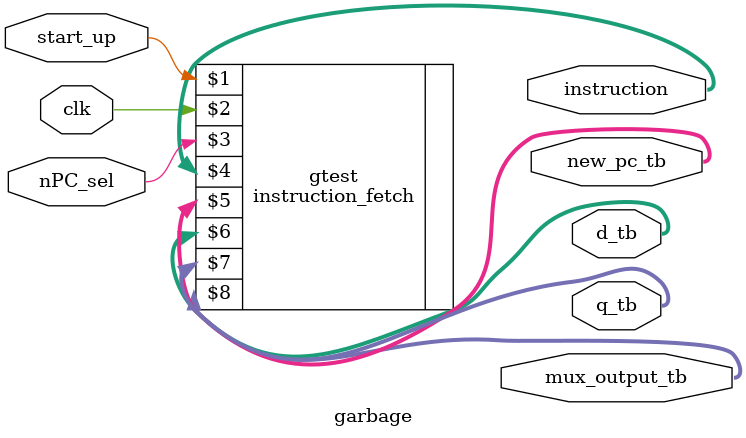
<source format=v>
`timescale 1ns/10ps

`include "src/instruction_fetch.v"
`include "src/main_control.v"
`include "src/alu_control.v"
`include "src/datapath.v"

module garbage (start_up, clk, nPC_sel, instruction, new_pc_tb, d_tb, q_tb, mux_output_tb);
	parameter program1 = ""; //program
	input clk, start_up;

	input nPC_sel;

	//instruction (ifetch -> control unit and datapath)
	output [31:0] instruction; 

	//test outputs
    output  [31:0] new_pc_tb, d_tb, q_tb;
	output [29:0] mux_output_tb; 

	//instantiate instruction fetch (in: d ... nPC_sel; out: instruction)

	instruction_fetch #(.program2(program1)) gtest (start_up, clk, nPC_sel, instruction, new_pc_tb, d_tb, q_tb, mux_output_tb); 
endmodule
</source>
